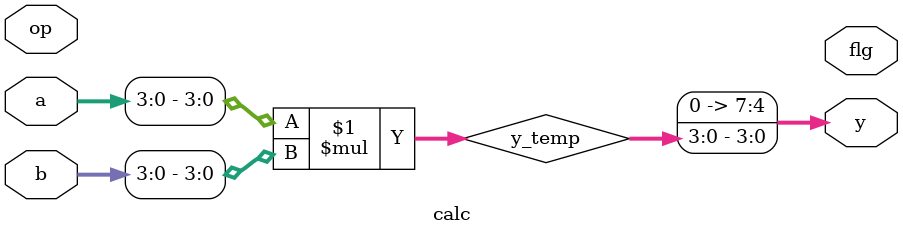
<source format=v>
module calc #(
    parameter N = 8
) (
    output [N - 1:0] y,
    output flg,  // Flag
    input  [3:0] op,  // Opcode
    input  [N - 1:0] a,
    input  [N - 1:0] b
);

wire [3:0] y_temp;

assign y_temp = a[3:0] * b[3:0];

assign y = {4'd0, y_temp};

endmodule

</source>
